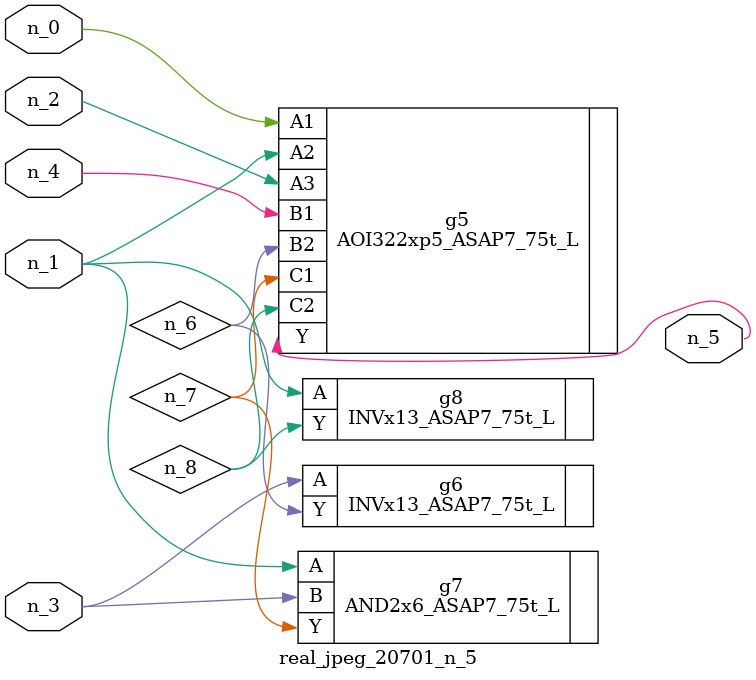
<source format=v>
module real_jpeg_20701_n_5 (n_4, n_0, n_1, n_2, n_3, n_5);

input n_4;
input n_0;
input n_1;
input n_2;
input n_3;

output n_5;

wire n_8;
wire n_6;
wire n_7;

AOI322xp5_ASAP7_75t_L g5 ( 
.A1(n_0),
.A2(n_1),
.A3(n_2),
.B1(n_4),
.B2(n_6),
.C1(n_7),
.C2(n_8),
.Y(n_5)
);

AND2x6_ASAP7_75t_L g7 ( 
.A(n_1),
.B(n_3),
.Y(n_7)
);

INVx13_ASAP7_75t_L g8 ( 
.A(n_1),
.Y(n_8)
);

INVx13_ASAP7_75t_L g6 ( 
.A(n_3),
.Y(n_6)
);


endmodule
</source>
